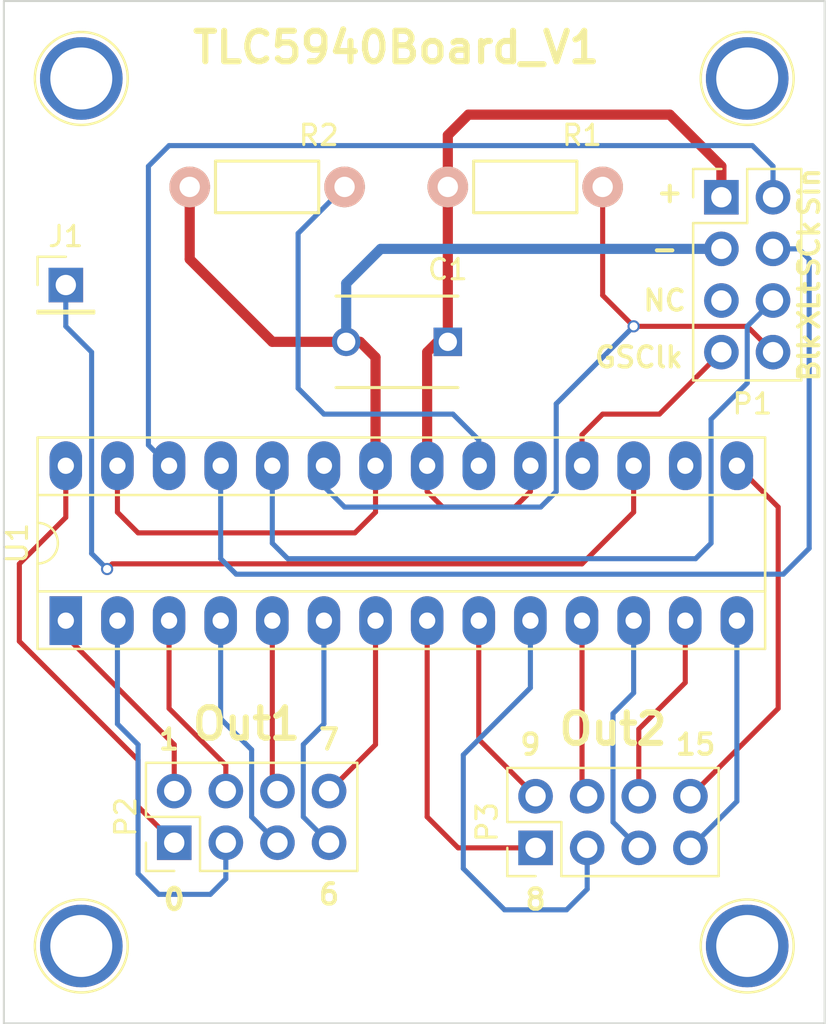
<source format=kicad_pcb>
(kicad_pcb (version 4) (host pcbnew 4.0.5)

  (general
    (links 32)
    (no_connects 0)
    (area 109.600191 88.941 151.180001 139.711)
    (thickness 1.6)
    (drawings 22)
    (tracks 139)
    (zones 0)
    (modules 12)
    (nets 28)
  )

  (page A4)
  (title_block
    (title TLC5940Board)
  )

  (layers
    (0 F.Cu signal)
    (31 B.Cu signal)
    (33 F.Adhes user)
    (35 F.Paste user)
    (37 F.SilkS user)
    (39 F.Mask user)
    (40 Dwgs.User user)
    (41 Cmts.User user)
    (42 Eco1.User user)
    (43 Eco2.User user)
    (44 Edge.Cuts user)
    (45 Margin user)
    (47 F.CrtYd user)
    (49 F.Fab user)
  )

  (setup
    (last_trace_width 0.25)
    (user_trace_width 0.25)
    (user_trace_width 0.5)
    (trace_clearance 0.2)
    (zone_clearance 0.508)
    (zone_45_only no)
    (trace_min 0.2)
    (segment_width 0.2)
    (edge_width 0.1)
    (via_size 0.6)
    (via_drill 0.4)
    (via_min_size 0.4)
    (via_min_drill 0.3)
    (uvia_size 0.3)
    (uvia_drill 0.1)
    (uvias_allowed no)
    (uvia_min_size 0.2)
    (uvia_min_drill 0.1)
    (pcb_text_width 0.3)
    (pcb_text_size 1.5 1.5)
    (mod_edge_width 0.15)
    (mod_text_size 1 1)
    (mod_text_width 0.15)
    (pad_size 1.5 1.5)
    (pad_drill 0.6)
    (pad_to_mask_clearance 0)
    (aux_axis_origin 0 0)
    (visible_elements 7FFFFFFF)
    (pcbplotparams
      (layerselection 0x00030_80000001)
      (usegerberextensions false)
      (excludeedgelayer true)
      (linewidth 0.100000)
      (plotframeref false)
      (viasonmask false)
      (mode 1)
      (useauxorigin false)
      (hpglpennumber 1)
      (hpglpenspeed 20)
      (hpglpendiameter 15)
      (hpglpenoverlay 2)
      (psnegative false)
      (psa4output false)
      (plotreference true)
      (plotvalue true)
      (plotinvisibletext false)
      (padsonsilk false)
      (subtractmaskfromsilk false)
      (outputformat 1)
      (mirror false)
      (drillshape 1)
      (scaleselection 1)
      (outputdirectory ""))
  )

  (net 0 "")
  (net 1 "Net-(C1-Pad1)")
  (net 2 "Net-(C1-Pad2)")
  (net 3 "Net-(J1-Pad1)")
  (net 4 "Net-(P1-Pad2)")
  (net 5 "Net-(P1-Pad4)")
  (net 6 "Net-(P1-Pad5)")
  (net 7 "Net-(P1-Pad6)")
  (net 8 "Net-(P1-Pad7)")
  (net 9 "Net-(P1-Pad8)")
  (net 10 "Net-(P2-Pad1)")
  (net 11 "Net-(P2-Pad2)")
  (net 12 "Net-(P2-Pad3)")
  (net 13 "Net-(P2-Pad4)")
  (net 14 "Net-(P2-Pad5)")
  (net 15 "Net-(P2-Pad6)")
  (net 16 "Net-(P2-Pad7)")
  (net 17 "Net-(P2-Pad8)")
  (net 18 "Net-(P3-Pad1)")
  (net 19 "Net-(P3-Pad2)")
  (net 20 "Net-(P3-Pad3)")
  (net 21 "Net-(P3-Pad4)")
  (net 22 "Net-(P3-Pad5)")
  (net 23 "Net-(P3-Pad6)")
  (net 24 "Net-(P3-Pad7)")
  (net 25 "Net-(P3-Pad8)")
  (net 26 "Net-(R2-Pad1)")
  (net 27 "Net-(U1-Pad16)")

  (net_class Default "This is the default net class."
    (clearance 0.2)
    (trace_width 0.2)
    (via_dia 0.6)
    (via_drill 0.4)
    (uvia_dia 0.3)
    (uvia_drill 0.1)
    (add_net "Net-(C1-Pad1)")
    (add_net "Net-(C1-Pad2)")
    (add_net "Net-(J1-Pad1)")
    (add_net "Net-(P1-Pad2)")
    (add_net "Net-(P1-Pad4)")
    (add_net "Net-(P1-Pad5)")
    (add_net "Net-(P1-Pad6)")
    (add_net "Net-(P1-Pad7)")
    (add_net "Net-(P1-Pad8)")
    (add_net "Net-(P2-Pad1)")
    (add_net "Net-(P2-Pad2)")
    (add_net "Net-(P2-Pad3)")
    (add_net "Net-(P2-Pad4)")
    (add_net "Net-(P2-Pad5)")
    (add_net "Net-(P2-Pad6)")
    (add_net "Net-(P2-Pad7)")
    (add_net "Net-(P2-Pad8)")
    (add_net "Net-(P3-Pad1)")
    (add_net "Net-(P3-Pad2)")
    (add_net "Net-(P3-Pad3)")
    (add_net "Net-(P3-Pad4)")
    (add_net "Net-(P3-Pad5)")
    (add_net "Net-(P3-Pad6)")
    (add_net "Net-(P3-Pad7)")
    (add_net "Net-(P3-Pad8)")
    (add_net "Net-(R2-Pad1)")
    (add_net "Net-(U1-Pad16)")
  )

  (module Capacitors_THT:C_Disc_D6_P5 (layer F.Cu) (tedit 58692345) (tstamp 586811BD)
    (at 132.588 105.918 180)
    (descr "Capacitor 6mm Disc, Pitch 5mm")
    (tags Capacitor)
    (path /5867DCF8)
    (fp_text reference C1 (at 0 3.556 180) (layer F.SilkS)
      (effects (font (size 1 1) (thickness 0.15)))
    )
    (fp_text value 0.1uF (at 3.556 3.556 180) (layer F.Fab)
      (effects (font (size 1 1) (thickness 0.15)))
    )
    (fp_line (start -0.95 -2.5) (end 5.95 -2.5) (layer F.CrtYd) (width 0.05))
    (fp_line (start 5.95 -2.5) (end 5.95 2.5) (layer F.CrtYd) (width 0.05))
    (fp_line (start 5.95 2.5) (end -0.95 2.5) (layer F.CrtYd) (width 0.05))
    (fp_line (start -0.95 2.5) (end -0.95 -2.5) (layer F.CrtYd) (width 0.05))
    (fp_line (start -0.5 -2.25) (end 5.5 -2.25) (layer F.SilkS) (width 0.15))
    (fp_line (start 5.5 2.25) (end -0.5 2.25) (layer F.SilkS) (width 0.15))
    (pad 1 thru_hole rect (at 0 0 180) (size 1.4 1.4) (drill 0.9) (layers *.Cu *.Mask)
      (net 1 "Net-(C1-Pad1)"))
    (pad 2 thru_hole circle (at 5 0 180) (size 1.4 1.4) (drill 0.9) (layers *.Cu *.Mask)
      (net 2 "Net-(C1-Pad2)"))
    (model Capacitors_ThroughHole.3dshapes/C_Disc_D6_P5.wrl
      (at (xyz 0.0984252 0 0))
      (scale (xyz 1 1 1))
      (rotate (xyz 0 0 0))
    )
  )

  (module Pin_Headers:Pin_Header_Straight_1x01_Pitch2.54mm (layer F.Cu) (tedit 5862ED52) (tstamp 586811D0)
    (at 113.792 103.124)
    (descr "Through hole straight pin header, 1x01, 2.54mm pitch, single row")
    (tags "Through hole pin header THT 1x01 2.54mm single row")
    (path /58663EF0)
    (fp_text reference J1 (at 0 -2.39) (layer F.SilkS)
      (effects (font (size 1 1) (thickness 0.15)))
    )
    (fp_text value SOut (at 0 2.39) (layer F.Fab)
      (effects (font (size 1 1) (thickness 0.15)))
    )
    (fp_line (start -1.27 -1.27) (end -1.27 1.27) (layer F.Fab) (width 0.1))
    (fp_line (start -1.27 1.27) (end 1.27 1.27) (layer F.Fab) (width 0.1))
    (fp_line (start 1.27 1.27) (end 1.27 -1.27) (layer F.Fab) (width 0.1))
    (fp_line (start 1.27 -1.27) (end -1.27 -1.27) (layer F.Fab) (width 0.1))
    (fp_line (start -1.39 1.27) (end -1.39 1.39) (layer F.SilkS) (width 0.12))
    (fp_line (start -1.39 1.39) (end 1.39 1.39) (layer F.SilkS) (width 0.12))
    (fp_line (start 1.39 1.39) (end 1.39 1.27) (layer F.SilkS) (width 0.12))
    (fp_line (start 1.39 1.27) (end -1.39 1.27) (layer F.SilkS) (width 0.12))
    (fp_line (start -1.39 0) (end -1.39 -1.39) (layer F.SilkS) (width 0.12))
    (fp_line (start -1.39 -1.39) (end 0 -1.39) (layer F.SilkS) (width 0.12))
    (fp_line (start -1.6 -1.6) (end -1.6 1.6) (layer F.CrtYd) (width 0.05))
    (fp_line (start -1.6 1.6) (end 1.6 1.6) (layer F.CrtYd) (width 0.05))
    (fp_line (start 1.6 1.6) (end 1.6 -1.6) (layer F.CrtYd) (width 0.05))
    (fp_line (start 1.6 -1.6) (end -1.6 -1.6) (layer F.CrtYd) (width 0.05))
    (pad 1 thru_hole rect (at 0 0) (size 1.7 1.7) (drill 1) (layers *.Cu *.Mask)
      (net 3 "Net-(J1-Pad1)"))
    (model Pin_Headers.3dshapes/Pin_Header_Straight_1x01_Pitch2.54mm.wrl
      (at (xyz 0 0 0))
      (scale (xyz 1 1 1))
      (rotate (xyz 0 0 90))
    )
  )

  (module Pin_Headers:Pin_Header_Straight_2x04_Pitch2.54mm (layer F.Cu) (tedit 58686033) (tstamp 586811EC)
    (at 146.05 98.806)
    (descr "Through hole straight pin header, 2x04, 2.54mm pitch, double rows")
    (tags "Through hole pin header THT 2x04 2.54mm double row")
    (path /58680B81)
    (fp_text reference P1 (at 1.524 10.16) (layer F.SilkS)
      (effects (font (size 1 1) (thickness 0.15)))
    )
    (fp_text value CN_SigIn_02X04 (at 1.27 10.01) (layer F.Fab) hide
      (effects (font (size 1 1) (thickness 0.15)))
    )
    (fp_line (start -1.27 -1.27) (end -1.27 8.89) (layer F.Fab) (width 0.1))
    (fp_line (start -1.27 8.89) (end 3.81 8.89) (layer F.Fab) (width 0.1))
    (fp_line (start 3.81 8.89) (end 3.81 -1.27) (layer F.Fab) (width 0.1))
    (fp_line (start 3.81 -1.27) (end -1.27 -1.27) (layer F.Fab) (width 0.1))
    (fp_line (start -1.39 1.27) (end -1.39 9.01) (layer F.SilkS) (width 0.12))
    (fp_line (start -1.39 9.01) (end 3.93 9.01) (layer F.SilkS) (width 0.12))
    (fp_line (start 3.93 9.01) (end 3.93 -1.39) (layer F.SilkS) (width 0.12))
    (fp_line (start 3.93 -1.39) (end 1.27 -1.39) (layer F.SilkS) (width 0.12))
    (fp_line (start 1.27 -1.39) (end 1.27 1.27) (layer F.SilkS) (width 0.12))
    (fp_line (start 1.27 1.27) (end -1.39 1.27) (layer F.SilkS) (width 0.12))
    (fp_line (start -1.39 0) (end -1.39 -1.39) (layer F.SilkS) (width 0.12))
    (fp_line (start -1.39 -1.39) (end 0 -1.39) (layer F.SilkS) (width 0.12))
    (fp_line (start -1.6 -1.6) (end -1.6 9.2) (layer F.CrtYd) (width 0.05))
    (fp_line (start -1.6 9.2) (end 4.1 9.2) (layer F.CrtYd) (width 0.05))
    (fp_line (start 4.1 9.2) (end 4.1 -1.6) (layer F.CrtYd) (width 0.05))
    (fp_line (start 4.1 -1.6) (end -1.6 -1.6) (layer F.CrtYd) (width 0.05))
    (pad 1 thru_hole rect (at 0 0) (size 1.7 1.7) (drill 1) (layers *.Cu *.Mask)
      (net 1 "Net-(C1-Pad1)"))
    (pad 2 thru_hole oval (at 2.54 0) (size 1.7 1.7) (drill 1) (layers *.Cu *.Mask)
      (net 4 "Net-(P1-Pad2)"))
    (pad 3 thru_hole oval (at 0 2.54) (size 1.7 1.7) (drill 1) (layers *.Cu *.Mask)
      (net 2 "Net-(C1-Pad2)"))
    (pad 4 thru_hole oval (at 2.54 2.54) (size 1.7 1.7) (drill 1) (layers *.Cu *.Mask)
      (net 5 "Net-(P1-Pad4)"))
    (pad 5 thru_hole oval (at 0 5.08) (size 1.7 1.7) (drill 1) (layers *.Cu *.Mask)
      (net 6 "Net-(P1-Pad5)"))
    (pad 6 thru_hole oval (at 2.54 5.08) (size 1.7 1.7) (drill 1) (layers *.Cu *.Mask)
      (net 7 "Net-(P1-Pad6)"))
    (pad 7 thru_hole oval (at 0 7.62) (size 1.7 1.7) (drill 1) (layers *.Cu *.Mask)
      (net 8 "Net-(P1-Pad7)"))
    (pad 8 thru_hole oval (at 2.54 7.62) (size 1.7 1.7) (drill 1) (layers *.Cu *.Mask)
      (net 9 "Net-(P1-Pad8)"))
    (model Pin_Headers.3dshapes/Pin_Header_Straight_2x04_Pitch2.54mm.wrl
      (at (xyz 0.05 -0.15 0))
      (scale (xyz 1 1 1))
      (rotate (xyz 0 0 90))
    )
  )

  (module Pin_Headers:Pin_Header_Straight_2x04_Pitch2.54mm (layer F.Cu) (tedit 58685EE1) (tstamp 58681208)
    (at 119.126 130.556 90)
    (descr "Through hole straight pin header, 2x04, 2.54mm pitch, double rows")
    (tags "Through hole pin header THT 2x04 2.54mm double row")
    (path /5867D614)
    (fp_text reference P2 (at 1.27 -2.39 90) (layer F.SilkS)
      (effects (font (size 1 1) (thickness 0.15)))
    )
    (fp_text value CN_Out1_02X04 (at 1.27 10.01 90) (layer F.Fab) hide
      (effects (font (size 1 1) (thickness 0.15)))
    )
    (fp_line (start -1.27 -1.27) (end -1.27 8.89) (layer F.Fab) (width 0.1))
    (fp_line (start -1.27 8.89) (end 3.81 8.89) (layer F.Fab) (width 0.1))
    (fp_line (start 3.81 8.89) (end 3.81 -1.27) (layer F.Fab) (width 0.1))
    (fp_line (start 3.81 -1.27) (end -1.27 -1.27) (layer F.Fab) (width 0.1))
    (fp_line (start -1.39 1.27) (end -1.39 9.01) (layer F.SilkS) (width 0.12))
    (fp_line (start -1.39 9.01) (end 3.93 9.01) (layer F.SilkS) (width 0.12))
    (fp_line (start 3.93 9.01) (end 3.93 -1.39) (layer F.SilkS) (width 0.12))
    (fp_line (start 3.93 -1.39) (end 1.27 -1.39) (layer F.SilkS) (width 0.12))
    (fp_line (start 1.27 -1.39) (end 1.27 1.27) (layer F.SilkS) (width 0.12))
    (fp_line (start 1.27 1.27) (end -1.39 1.27) (layer F.SilkS) (width 0.12))
    (fp_line (start -1.39 0) (end -1.39 -1.39) (layer F.SilkS) (width 0.12))
    (fp_line (start -1.39 -1.39) (end 0 -1.39) (layer F.SilkS) (width 0.12))
    (fp_line (start -1.6 -1.6) (end -1.6 9.2) (layer F.CrtYd) (width 0.05))
    (fp_line (start -1.6 9.2) (end 4.1 9.2) (layer F.CrtYd) (width 0.05))
    (fp_line (start 4.1 9.2) (end 4.1 -1.6) (layer F.CrtYd) (width 0.05))
    (fp_line (start 4.1 -1.6) (end -1.6 -1.6) (layer F.CrtYd) (width 0.05))
    (pad 1 thru_hole rect (at 0 0 90) (size 1.7 1.7) (drill 1) (layers *.Cu *.Mask)
      (net 10 "Net-(P2-Pad1)"))
    (pad 2 thru_hole oval (at 2.54 0 90) (size 1.7 1.7) (drill 1) (layers *.Cu *.Mask)
      (net 11 "Net-(P2-Pad2)"))
    (pad 3 thru_hole oval (at 0 2.54 90) (size 1.7 1.7) (drill 1) (layers *.Cu *.Mask)
      (net 12 "Net-(P2-Pad3)"))
    (pad 4 thru_hole oval (at 2.54 2.54 90) (size 1.7 1.7) (drill 1) (layers *.Cu *.Mask)
      (net 13 "Net-(P2-Pad4)"))
    (pad 5 thru_hole oval (at 0 5.08 90) (size 1.7 1.7) (drill 1) (layers *.Cu *.Mask)
      (net 14 "Net-(P2-Pad5)"))
    (pad 6 thru_hole oval (at 2.54 5.08 90) (size 1.7 1.7) (drill 1) (layers *.Cu *.Mask)
      (net 15 "Net-(P2-Pad6)"))
    (pad 7 thru_hole oval (at 0 7.62 90) (size 1.7 1.7) (drill 1) (layers *.Cu *.Mask)
      (net 16 "Net-(P2-Pad7)"))
    (pad 8 thru_hole oval (at 2.54 7.62 90) (size 1.7 1.7) (drill 1) (layers *.Cu *.Mask)
      (net 17 "Net-(P2-Pad8)"))
    (model Pin_Headers.3dshapes/Pin_Header_Straight_2x04_Pitch2.54mm.wrl
      (at (xyz 0.05 -0.15 0))
      (scale (xyz 1 1 1))
      (rotate (xyz 0 0 90))
    )
  )

  (module Pin_Headers:Pin_Header_Straight_2x04_Pitch2.54mm (layer F.Cu) (tedit 58685ED6) (tstamp 58681224)
    (at 136.906 130.81 90)
    (descr "Through hole straight pin header, 2x04, 2.54mm pitch, double rows")
    (tags "Through hole pin header THT 2x04 2.54mm double row")
    (path /5867D86F)
    (fp_text reference P3 (at 1.27 -2.39 90) (layer F.SilkS)
      (effects (font (size 1 1) (thickness 0.15)))
    )
    (fp_text value CN_Out2_02X04 (at 1.27 10.01 90) (layer F.Fab) hide
      (effects (font (size 1 1) (thickness 0.15)))
    )
    (fp_line (start -1.27 -1.27) (end -1.27 8.89) (layer F.Fab) (width 0.1))
    (fp_line (start -1.27 8.89) (end 3.81 8.89) (layer F.Fab) (width 0.1))
    (fp_line (start 3.81 8.89) (end 3.81 -1.27) (layer F.Fab) (width 0.1))
    (fp_line (start 3.81 -1.27) (end -1.27 -1.27) (layer F.Fab) (width 0.1))
    (fp_line (start -1.39 1.27) (end -1.39 9.01) (layer F.SilkS) (width 0.12))
    (fp_line (start -1.39 9.01) (end 3.93 9.01) (layer F.SilkS) (width 0.12))
    (fp_line (start 3.93 9.01) (end 3.93 -1.39) (layer F.SilkS) (width 0.12))
    (fp_line (start 3.93 -1.39) (end 1.27 -1.39) (layer F.SilkS) (width 0.12))
    (fp_line (start 1.27 -1.39) (end 1.27 1.27) (layer F.SilkS) (width 0.12))
    (fp_line (start 1.27 1.27) (end -1.39 1.27) (layer F.SilkS) (width 0.12))
    (fp_line (start -1.39 0) (end -1.39 -1.39) (layer F.SilkS) (width 0.12))
    (fp_line (start -1.39 -1.39) (end 0 -1.39) (layer F.SilkS) (width 0.12))
    (fp_line (start -1.6 -1.6) (end -1.6 9.2) (layer F.CrtYd) (width 0.05))
    (fp_line (start -1.6 9.2) (end 4.1 9.2) (layer F.CrtYd) (width 0.05))
    (fp_line (start 4.1 9.2) (end 4.1 -1.6) (layer F.CrtYd) (width 0.05))
    (fp_line (start 4.1 -1.6) (end -1.6 -1.6) (layer F.CrtYd) (width 0.05))
    (pad 1 thru_hole rect (at 0 0 90) (size 1.7 1.7) (drill 1) (layers *.Cu *.Mask)
      (net 18 "Net-(P3-Pad1)"))
    (pad 2 thru_hole oval (at 2.54 0 90) (size 1.7 1.7) (drill 1) (layers *.Cu *.Mask)
      (net 19 "Net-(P3-Pad2)"))
    (pad 3 thru_hole oval (at 0 2.54 90) (size 1.7 1.7) (drill 1) (layers *.Cu *.Mask)
      (net 20 "Net-(P3-Pad3)"))
    (pad 4 thru_hole oval (at 2.54 2.54 90) (size 1.7 1.7) (drill 1) (layers *.Cu *.Mask)
      (net 21 "Net-(P3-Pad4)"))
    (pad 5 thru_hole oval (at 0 5.08 90) (size 1.7 1.7) (drill 1) (layers *.Cu *.Mask)
      (net 22 "Net-(P3-Pad5)"))
    (pad 6 thru_hole oval (at 2.54 5.08 90) (size 1.7 1.7) (drill 1) (layers *.Cu *.Mask)
      (net 23 "Net-(P3-Pad6)"))
    (pad 7 thru_hole oval (at 0 7.62 90) (size 1.7 1.7) (drill 1) (layers *.Cu *.Mask)
      (net 24 "Net-(P3-Pad7)"))
    (pad 8 thru_hole oval (at 2.54 7.62 90) (size 1.7 1.7) (drill 1) (layers *.Cu *.Mask)
      (net 25 "Net-(P3-Pad8)"))
    (model Pin_Headers.3dshapes/Pin_Header_Straight_2x04_Pitch2.54mm.wrl
      (at (xyz 0.05 -0.15 0))
      (scale (xyz 1 1 1))
      (rotate (xyz 0 0 90))
    )
  )

  (module Resistors_THT:Resistor_Horizontal_RM7mm (layer F.Cu) (tedit 58692407) (tstamp 58681232)
    (at 132.588 98.298)
    (descr "Resistor, Axial,  RM 7.62mm, 1/3W,")
    (tags "Resistor Axial RM 7.62mm 1/3W R3")
    (path /5864BA40)
    (fp_text reference R1 (at 6.604 -2.54) (layer F.SilkS)
      (effects (font (size 1 1) (thickness 0.15)))
    )
    (fp_text value 10K (at 3.048 -2.54) (layer F.Fab)
      (effects (font (size 1 1) (thickness 0.15)))
    )
    (fp_line (start -1.25 -1.5) (end 8.85 -1.5) (layer F.CrtYd) (width 0.05))
    (fp_line (start -1.25 1.5) (end -1.25 -1.5) (layer F.CrtYd) (width 0.05))
    (fp_line (start 8.85 -1.5) (end 8.85 1.5) (layer F.CrtYd) (width 0.05))
    (fp_line (start -1.25 1.5) (end 8.85 1.5) (layer F.CrtYd) (width 0.05))
    (fp_line (start 1.27 -1.27) (end 6.35 -1.27) (layer F.SilkS) (width 0.15))
    (fp_line (start 6.35 -1.27) (end 6.35 1.27) (layer F.SilkS) (width 0.15))
    (fp_line (start 6.35 1.27) (end 1.27 1.27) (layer F.SilkS) (width 0.15))
    (fp_line (start 1.27 1.27) (end 1.27 -1.27) (layer F.SilkS) (width 0.15))
    (pad 1 thru_hole circle (at 0 0) (size 1.99898 1.99898) (drill 1.00076) (layers *.Cu *.SilkS *.Mask)
      (net 1 "Net-(C1-Pad1)"))
    (pad 2 thru_hole circle (at 7.62 0) (size 1.99898 1.99898) (drill 1.00076) (layers *.Cu *.SilkS *.Mask)
      (net 9 "Net-(P1-Pad8)"))
  )

  (module Resistors_THT:Resistor_Horizontal_RM7mm (layer F.Cu) (tedit 586850B0) (tstamp 58681240)
    (at 127.508 98.298 180)
    (descr "Resistor, Axial,  RM 7.62mm, 1/3W,")
    (tags "Resistor Axial RM 7.62mm 1/3W R3")
    (path /5864B909)
    (fp_text reference R2 (at 1.27 2.54 180) (layer F.SilkS)
      (effects (font (size 1 1) (thickness 0.15)))
    )
    (fp_text value 2K (at 3.81 2.54 180) (layer F.Fab)
      (effects (font (size 1 1) (thickness 0.15)))
    )
    (fp_line (start -1.25 -1.5) (end 8.85 -1.5) (layer F.CrtYd) (width 0.05))
    (fp_line (start -1.25 1.5) (end -1.25 -1.5) (layer F.CrtYd) (width 0.05))
    (fp_line (start 8.85 -1.5) (end 8.85 1.5) (layer F.CrtYd) (width 0.05))
    (fp_line (start -1.25 1.5) (end 8.85 1.5) (layer F.CrtYd) (width 0.05))
    (fp_line (start 1.27 -1.27) (end 6.35 -1.27) (layer F.SilkS) (width 0.15))
    (fp_line (start 6.35 -1.27) (end 6.35 1.27) (layer F.SilkS) (width 0.15))
    (fp_line (start 6.35 1.27) (end 1.27 1.27) (layer F.SilkS) (width 0.15))
    (fp_line (start 1.27 1.27) (end 1.27 -1.27) (layer F.SilkS) (width 0.15))
    (pad 1 thru_hole circle (at 0 0 180) (size 1.99898 1.99898) (drill 1.00076) (layers *.Cu *.SilkS *.Mask)
      (net 26 "Net-(R2-Pad1)"))
    (pad 2 thru_hole circle (at 7.62 0 180) (size 1.99898 1.99898) (drill 1.00076) (layers *.Cu *.SilkS *.Mask)
      (net 2 "Net-(C1-Pad2)"))
  )

  (module Housings_DIP:DIP-28_W7.62mm_Socket_LongPads (layer F.Cu) (tedit 586281B5) (tstamp 58681277)
    (at 113.792 119.634 90)
    (descr "28-lead dip package, row spacing 7.62 mm (300 mils), Socket, LongPads")
    (tags "DIL DIP PDIP 2.54mm 7.62mm 300mil Socket LongPads")
    (path /5861DAAD)
    (fp_text reference U1 (at 3.81 -2.39 90) (layer F.SilkS)
      (effects (font (size 1 1) (thickness 0.15)))
    )
    (fp_text value TLC5940NT (at 3.81 35.41 90) (layer F.Fab)
      (effects (font (size 1 1) (thickness 0.15)))
    )
    (fp_arc (start 3.81 -1.39) (end 2.81 -1.39) (angle -180) (layer F.SilkS) (width 0.12))
    (fp_line (start 1.635 -1.27) (end 6.985 -1.27) (layer F.Fab) (width 0.1))
    (fp_line (start 6.985 -1.27) (end 6.985 34.29) (layer F.Fab) (width 0.1))
    (fp_line (start 6.985 34.29) (end 0.635 34.29) (layer F.Fab) (width 0.1))
    (fp_line (start 0.635 34.29) (end 0.635 -0.27) (layer F.Fab) (width 0.1))
    (fp_line (start 0.635 -0.27) (end 1.635 -1.27) (layer F.Fab) (width 0.1))
    (fp_line (start -1.27 -1.27) (end -1.27 34.29) (layer F.Fab) (width 0.1))
    (fp_line (start -1.27 34.29) (end 8.89 34.29) (layer F.Fab) (width 0.1))
    (fp_line (start 8.89 34.29) (end 8.89 -1.27) (layer F.Fab) (width 0.1))
    (fp_line (start 8.89 -1.27) (end -1.27 -1.27) (layer F.Fab) (width 0.1))
    (fp_line (start 2.81 -1.39) (end 1.44 -1.39) (layer F.SilkS) (width 0.12))
    (fp_line (start 1.44 -1.39) (end 1.44 34.41) (layer F.SilkS) (width 0.12))
    (fp_line (start 1.44 34.41) (end 6.18 34.41) (layer F.SilkS) (width 0.12))
    (fp_line (start 6.18 34.41) (end 6.18 -1.39) (layer F.SilkS) (width 0.12))
    (fp_line (start 6.18 -1.39) (end 4.81 -1.39) (layer F.SilkS) (width 0.12))
    (fp_line (start -1.39 -1.39) (end -1.39 34.41) (layer F.SilkS) (width 0.12))
    (fp_line (start -1.39 34.41) (end 9.01 34.41) (layer F.SilkS) (width 0.12))
    (fp_line (start 9.01 34.41) (end 9.01 -1.39) (layer F.SilkS) (width 0.12))
    (fp_line (start 9.01 -1.39) (end -1.39 -1.39) (layer F.SilkS) (width 0.12))
    (fp_line (start -1.7 -1.7) (end -1.7 34.7) (layer F.CrtYd) (width 0.05))
    (fp_line (start -1.7 34.7) (end 9.3 34.7) (layer F.CrtYd) (width 0.05))
    (fp_line (start 9.3 34.7) (end 9.3 -1.7) (layer F.CrtYd) (width 0.05))
    (fp_line (start 9.3 -1.7) (end -1.7 -1.7) (layer F.CrtYd) (width 0.05))
    (pad 1 thru_hole rect (at 0 0 90) (size 2.4 1.6) (drill 0.8) (layers *.Cu *.Mask)
      (net 11 "Net-(P2-Pad2)"))
    (pad 15 thru_hole oval (at 7.62 33.02 90) (size 2.4 1.6) (drill 0.8) (layers *.Cu *.Mask)
      (net 25 "Net-(P3-Pad8)"))
    (pad 2 thru_hole oval (at 0 2.54 90) (size 2.4 1.6) (drill 0.8) (layers *.Cu *.Mask)
      (net 12 "Net-(P2-Pad3)"))
    (pad 16 thru_hole oval (at 7.62 30.48 90) (size 2.4 1.6) (drill 0.8) (layers *.Cu *.Mask)
      (net 27 "Net-(U1-Pad16)"))
    (pad 3 thru_hole oval (at 0 5.08 90) (size 2.4 1.6) (drill 0.8) (layers *.Cu *.Mask)
      (net 13 "Net-(P2-Pad4)"))
    (pad 17 thru_hole oval (at 7.62 27.94 90) (size 2.4 1.6) (drill 0.8) (layers *.Cu *.Mask)
      (net 3 "Net-(J1-Pad1)"))
    (pad 4 thru_hole oval (at 0 7.62 90) (size 2.4 1.6) (drill 0.8) (layers *.Cu *.Mask)
      (net 14 "Net-(P2-Pad5)"))
    (pad 18 thru_hole oval (at 7.62 25.4 90) (size 2.4 1.6) (drill 0.8) (layers *.Cu *.Mask)
      (net 8 "Net-(P1-Pad7)"))
    (pad 5 thru_hole oval (at 0 10.16 90) (size 2.4 1.6) (drill 0.8) (layers *.Cu *.Mask)
      (net 15 "Net-(P2-Pad6)"))
    (pad 19 thru_hole oval (at 7.62 22.86 90) (size 2.4 1.6) (drill 0.8) (layers *.Cu *.Mask)
      (net 1 "Net-(C1-Pad1)"))
    (pad 6 thru_hole oval (at 0 12.7 90) (size 2.4 1.6) (drill 0.8) (layers *.Cu *.Mask)
      (net 16 "Net-(P2-Pad7)"))
    (pad 20 thru_hole oval (at 7.62 20.32 90) (size 2.4 1.6) (drill 0.8) (layers *.Cu *.Mask)
      (net 26 "Net-(R2-Pad1)"))
    (pad 7 thru_hole oval (at 0 15.24 90) (size 2.4 1.6) (drill 0.8) (layers *.Cu *.Mask)
      (net 17 "Net-(P2-Pad8)"))
    (pad 21 thru_hole oval (at 7.62 17.78 90) (size 2.4 1.6) (drill 0.8) (layers *.Cu *.Mask)
      (net 1 "Net-(C1-Pad1)"))
    (pad 8 thru_hole oval (at 0 17.78 90) (size 2.4 1.6) (drill 0.8) (layers *.Cu *.Mask)
      (net 18 "Net-(P3-Pad1)"))
    (pad 22 thru_hole oval (at 7.62 15.24 90) (size 2.4 1.6) (drill 0.8) (layers *.Cu *.Mask)
      (net 2 "Net-(C1-Pad2)"))
    (pad 9 thru_hole oval (at 0 20.32 90) (size 2.4 1.6) (drill 0.8) (layers *.Cu *.Mask)
      (net 19 "Net-(P3-Pad2)"))
    (pad 23 thru_hole oval (at 7.62 12.7 90) (size 2.4 1.6) (drill 0.8) (layers *.Cu *.Mask)
      (net 9 "Net-(P1-Pad8)"))
    (pad 10 thru_hole oval (at 0 22.86 90) (size 2.4 1.6) (drill 0.8) (layers *.Cu *.Mask)
      (net 20 "Net-(P3-Pad3)"))
    (pad 24 thru_hole oval (at 7.62 10.16 90) (size 2.4 1.6) (drill 0.8) (layers *.Cu *.Mask)
      (net 7 "Net-(P1-Pad6)"))
    (pad 11 thru_hole oval (at 0 25.4 90) (size 2.4 1.6) (drill 0.8) (layers *.Cu *.Mask)
      (net 21 "Net-(P3-Pad4)"))
    (pad 25 thru_hole oval (at 7.62 7.62 90) (size 2.4 1.6) (drill 0.8) (layers *.Cu *.Mask)
      (net 5 "Net-(P1-Pad4)"))
    (pad 12 thru_hole oval (at 0 27.94 90) (size 2.4 1.6) (drill 0.8) (layers *.Cu *.Mask)
      (net 22 "Net-(P3-Pad5)"))
    (pad 26 thru_hole oval (at 7.62 5.08 90) (size 2.4 1.6) (drill 0.8) (layers *.Cu *.Mask)
      (net 4 "Net-(P1-Pad2)"))
    (pad 13 thru_hole oval (at 0 30.48 90) (size 2.4 1.6) (drill 0.8) (layers *.Cu *.Mask)
      (net 23 "Net-(P3-Pad6)"))
    (pad 27 thru_hole oval (at 7.62 2.54 90) (size 2.4 1.6) (drill 0.8) (layers *.Cu *.Mask)
      (net 2 "Net-(C1-Pad2)"))
    (pad 14 thru_hole oval (at 0 33.02 90) (size 2.4 1.6) (drill 0.8) (layers *.Cu *.Mask)
      (net 24 "Net-(P3-Pad7)"))
    (pad 28 thru_hole oval (at 7.62 0 90) (size 2.4 1.6) (drill 0.8) (layers *.Cu *.Mask)
      (net 10 "Net-(P2-Pad1)"))
    (model Housings_DIP.3dshapes/DIP-28_W7.62mm_Socket_LongPads.wrl
      (at (xyz 0 0 0))
      (scale (xyz 1 1 1))
      (rotate (xyz 0 0 0))
    )
  )

  (module Connectors:1pin (layer F.Cu) (tedit 58685919) (tstamp 58685879)
    (at 147.32 92.964)
    (descr "module 1 pin (ou trou mecanique de percage)")
    (tags DEV)
    (fp_text reference M1 (at 0 -3.048) (layer F.SilkS) hide
      (effects (font (size 1 1) (thickness 0.15)))
    )
    (fp_text value 1pin (at -3.81 -3.048) (layer F.Fab) hide
      (effects (font (size 1 1) (thickness 0.15)))
    )
    (fp_circle (center 0 0) (end 2 0.8) (layer F.Fab) (width 0.1))
    (fp_circle (center 0 0) (end 2.6 0) (layer F.CrtYd) (width 0.05))
    (fp_circle (center 0 0) (end 0 -2.286) (layer F.SilkS) (width 0.12))
    (pad 1 thru_hole circle (at 0 0) (size 4.064 4.064) (drill 3.048) (layers *.Cu *.Mask))
  )

  (module Connectors:1pin (layer F.Cu) (tedit 58686044) (tstamp 58685982)
    (at 114.554 135.636)
    (descr "module 1 pin (ou trou mecanique de percage)")
    (tags DEV)
    (fp_text reference REF** (at 0 -3.048) (layer F.SilkS) hide
      (effects (font (size 1 1) (thickness 0.15)))
    )
    (fp_text value 1pin (at 0 3) (layer F.Fab) hide
      (effects (font (size 1 1) (thickness 0.15)))
    )
    (fp_circle (center 0 0) (end 2 0.8) (layer F.Fab) (width 0.1))
    (fp_circle (center 0 0) (end 2.6 0) (layer F.CrtYd) (width 0.05))
    (fp_circle (center 0 0) (end 0 -2.286) (layer F.SilkS) (width 0.12))
    (pad 1 thru_hole circle (at 0 0) (size 4.064 4.064) (drill 3.048) (layers *.Cu *.Mask))
  )

  (module Connectors:1pin (layer F.Cu) (tedit 5868604E) (tstamp 58685F25)
    (at 147.32 135.636)
    (descr "module 1 pin (ou trou mecanique de percage)")
    (tags DEV)
    (fp_text reference REF** (at 0 -3.048) (layer F.SilkS) hide
      (effects (font (size 1 1) (thickness 0.15)))
    )
    (fp_text value 1pin (at 0 3) (layer F.Fab) hide
      (effects (font (size 1 1) (thickness 0.15)))
    )
    (fp_circle (center 0 0) (end 2 0.8) (layer F.Fab) (width 0.1))
    (fp_circle (center 0 0) (end 2.6 0) (layer F.CrtYd) (width 0.05))
    (fp_circle (center 0 0) (end 0 -2.286) (layer F.SilkS) (width 0.12))
    (pad 1 thru_hole circle (at 0 0) (size 4.064 4.064) (drill 3.048) (layers *.Cu *.Mask))
  )

  (module Connectors:1pin (layer F.Cu) (tedit 58691953) (tstamp 58685F3B)
    (at 114.554 92.964)
    (descr "module 1 pin (ou trou mecanique de percage)")
    (tags DEV)
    (fp_text reference REF** (at 0 -3.048) (layer F.SilkS) hide
      (effects (font (size 1 1) (thickness 0.15)))
    )
    (fp_text value 1pin (at 4.064 -3.048) (layer F.Fab) hide
      (effects (font (size 1 1) (thickness 0.15)))
    )
    (fp_circle (center 0 0) (end 2 0.8) (layer F.Fab) (width 0.1))
    (fp_circle (center 0 0) (end 2.6 0) (layer F.CrtYd) (width 0.05))
    (fp_circle (center 0 0) (end 0 -2.286) (layer F.SilkS) (width 0.12))
    (pad 1 thru_hole circle (at 0 0) (size 4.064 4.064) (drill 3.048) (layers *.Cu *.Mask))
  )

  (gr_text TLC5940Board_V1 (at 130.048 91.44) (layer F.SilkS)
    (effects (font (size 1.5 1.5) (thickness 0.3)))
  )
  (gr_text Blk (at 150.368 106.68 90) (layer F.SilkS)
    (effects (font (size 1 1) (thickness 0.2)))
  )
  (gr_text XLt (at 150.368 104.14 90) (layer F.SilkS)
    (effects (font (size 1 1) (thickness 0.2)))
  )
  (gr_text SCk (at 150.368 101.346 90) (layer F.SilkS)
    (effects (font (size 1 1) (thickness 0.2)))
  )
  (gr_text Sin (at 150.368 98.552 90) (layer F.SilkS)
    (effects (font (size 1 1) (thickness 0.2)))
  )
  (gr_text GSClk (at 141.986 106.68) (layer F.SilkS)
    (effects (font (size 1 1) (thickness 0.2)))
  )
  (gr_text NC (at 143.256 103.886) (layer F.SilkS)
    (effects (font (size 1 1) (thickness 0.2)))
  )
  (gr_text - (at 143.256 101.346) (layer F.SilkS)
    (effects (font (size 1 1) (thickness 0.2)))
  )
  (gr_text + (at 143.51 98.552) (layer F.SilkS)
    (effects (font (size 1 1) (thickness 0.2)))
  )
  (gr_text 15 (at 144.78 125.73) (layer F.SilkS)
    (effects (font (size 1 1) (thickness 0.2)))
  )
  (gr_text 9 (at 136.652 125.73) (layer F.SilkS)
    (effects (font (size 1 1) (thickness 0.2)))
  )
  (gr_text 8 (at 136.906 133.35) (layer F.SilkS)
    (effects (font (size 1 1) (thickness 0.2)))
  )
  (gr_text 7 (at 126.746 125.476) (layer F.SilkS)
    (effects (font (size 1 1) (thickness 0.2)))
  )
  (gr_text 6 (at 126.746 133.096) (layer F.SilkS)
    (effects (font (size 1 1) (thickness 0.2)))
  )
  (gr_text 1 (at 118.872 125.476) (layer F.SilkS)
    (effects (font (size 1 1) (thickness 0.2)))
  )
  (gr_text 0 (at 119.126 133.35) (layer F.SilkS)
    (effects (font (size 1 1) (thickness 0.25)))
  )
  (gr_text Out2 (at 140.716 124.968) (layer F.SilkS)
    (effects (font (size 1.5 1.5) (thickness 0.3)))
  )
  (gr_text Out1 (at 122.682 124.714) (layer F.SilkS)
    (effects (font (size 1.5 1.5) (thickness 0.3)))
  )
  (gr_line (start 110.744 89.154) (end 110.744 139.446) (angle 90) (layer Edge.Cuts) (width 0.1))
  (gr_line (start 151.13 89.154) (end 151.13 139.446) (angle 90) (layer Edge.Cuts) (width 0.1))
  (gr_line (start 151.13 89.154) (end 110.744 89.154) (angle 90) (layer Edge.Cuts) (width 0.1))
  (gr_line (start 110.744 139.446) (end 151.13 139.446) (angle 90) (layer Edge.Cuts) (width 0.1))

  (segment (start 146.05 98.806) (end 146.05 97.282) (width 0.5) (layer F.Cu) (net 1))
  (segment (start 132.588 95.758) (end 132.588 98.298) (width 0.5) (layer F.Cu) (net 1) (tstamp 586923E5))
  (segment (start 133.604 94.742) (end 132.588 95.758) (width 0.5) (layer F.Cu) (net 1) (tstamp 586923E0))
  (segment (start 143.51 94.742) (end 133.604 94.742) (width 0.5) (layer F.Cu) (net 1) (tstamp 586923DB))
  (segment (start 146.05 97.282) (end 143.51 94.742) (width 0.5) (layer F.Cu) (net 1) (tstamp 586923D7))
  (segment (start 132.588 98.298) (end 132.588 105.918) (width 0.5) (layer F.Cu) (net 1))
  (segment (start 132.588 105.918) (end 132.08 105.918) (width 0.5) (layer F.Cu) (net 1))
  (segment (start 132.08 105.918) (end 131.572 106.426) (width 0.5) (layer F.Cu) (net 1) (tstamp 586923B1))
  (segment (start 131.572 106.426) (end 131.572 112.014) (width 0.5) (layer F.Cu) (net 1) (tstamp 586923B2))
  (segment (start 136.652 112.014) (end 136.652 113.284) (width 0.25) (layer F.Cu) (net 1))
  (segment (start 131.572 113.284) (end 131.572 112.014) (width 0.25) (layer F.Cu) (net 1) (tstamp 5868528C))
  (segment (start 132.334 114.046) (end 131.572 113.284) (width 0.25) (layer F.Cu) (net 1) (tstamp 58685288))
  (segment (start 135.89 114.046) (end 132.334 114.046) (width 0.25) (layer F.Cu) (net 1) (tstamp 58685287))
  (segment (start 136.652 113.284) (end 135.89 114.046) (width 0.25) (layer F.Cu) (net 1) (tstamp 58685283))
  (segment (start 146.05 101.346) (end 129.286 101.346) (width 0.5) (layer B.Cu) (net 2))
  (segment (start 127.588 103.044) (end 127.588 105.918) (width 0.5) (layer B.Cu) (net 2) (tstamp 5869243E))
  (segment (start 129.286 101.346) (end 127.588 103.044) (width 0.5) (layer B.Cu) (net 2) (tstamp 58692436))
  (segment (start 119.888 98.298) (end 119.888 101.854) (width 0.5) (layer F.Cu) (net 2))
  (segment (start 123.952 105.918) (end 127.588 105.918) (width 0.5) (layer F.Cu) (net 2) (tstamp 586923B7))
  (segment (start 119.888 101.854) (end 123.952 105.918) (width 0.5) (layer F.Cu) (net 2) (tstamp 586923B5))
  (segment (start 127.588 105.918) (end 128.27 105.918) (width 0.5) (layer F.Cu) (net 2))
  (segment (start 128.27 105.918) (end 129.032 106.68) (width 0.5) (layer F.Cu) (net 2) (tstamp 586923AD))
  (segment (start 129.032 106.68) (end 129.032 112.014) (width 0.5) (layer F.Cu) (net 2) (tstamp 586923AE))
  (segment (start 116.332 112.014) (end 116.332 114.3) (width 0.25) (layer F.Cu) (net 2))
  (segment (start 129.032 114.3) (end 129.032 112.014) (width 0.25) (layer F.Cu) (net 2) (tstamp 586852D7))
  (segment (start 128.016 115.316) (end 129.032 114.3) (width 0.25) (layer F.Cu) (net 2) (tstamp 586852CB))
  (segment (start 117.348 115.316) (end 128.016 115.316) (width 0.25) (layer F.Cu) (net 2) (tstamp 586852C8))
  (segment (start 116.332 114.3) (end 117.348 115.316) (width 0.25) (layer F.Cu) (net 2) (tstamp 586852C4))
  (segment (start 113.792 103.124) (end 113.792 105.156) (width 0.25) (layer B.Cu) (net 3))
  (segment (start 141.732 114.3) (end 141.732 112.014) (width 0.25) (layer F.Cu) (net 3) (tstamp 58692787))
  (segment (start 139.192 116.84) (end 141.732 114.3) (width 0.25) (layer F.Cu) (net 3) (tstamp 58692783))
  (segment (start 116.078 116.84) (end 139.192 116.84) (width 0.25) (layer F.Cu) (net 3) (tstamp 5869277D))
  (segment (start 115.824 117.094) (end 116.078 116.84) (width 0.25) (layer F.Cu) (net 3) (tstamp 5869277C))
  (via (at 115.824 117.094) (size 0.6) (drill 0.4) (layers F.Cu B.Cu) (net 3))
  (segment (start 115.062 116.332) (end 115.824 117.094) (width 0.25) (layer B.Cu) (net 3) (tstamp 58692777))
  (segment (start 115.062 106.426) (end 115.062 116.332) (width 0.25) (layer B.Cu) (net 3) (tstamp 58692768))
  (segment (start 113.792 105.156) (end 115.062 106.426) (width 0.25) (layer B.Cu) (net 3) (tstamp 58692760))
  (segment (start 148.59 98.806) (end 148.59 97.282) (width 0.25) (layer B.Cu) (net 4))
  (segment (start 117.856 110.998) (end 118.872 112.014) (width 0.25) (layer B.Cu) (net 4) (tstamp 586924DA))
  (segment (start 117.856 97.282) (end 117.856 110.998) (width 0.25) (layer B.Cu) (net 4) (tstamp 586924D4))
  (segment (start 118.872 96.266) (end 117.856 97.282) (width 0.25) (layer B.Cu) (net 4) (tstamp 586924CC))
  (segment (start 147.574 96.266) (end 118.872 96.266) (width 0.25) (layer B.Cu) (net 4) (tstamp 586924B9))
  (segment (start 148.59 97.282) (end 147.574 96.266) (width 0.25) (layer B.Cu) (net 4) (tstamp 586924AE))
  (segment (start 148.59 98.806) (end 149.098 98.806) (width 0.25) (layer F.Cu) (net 4) (status 30))
  (segment (start 148.59 101.346) (end 149.86 101.346) (width 0.25) (layer B.Cu) (net 5))
  (segment (start 121.412 116.586) (end 121.412 112.014) (width 0.25) (layer B.Cu) (net 5) (tstamp 58692511))
  (segment (start 122.174 117.348) (end 121.412 116.586) (width 0.25) (layer B.Cu) (net 5) (tstamp 5869250F))
  (segment (start 149.098 117.348) (end 122.174 117.348) (width 0.25) (layer B.Cu) (net 5) (tstamp 58692509))
  (segment (start 150.368 116.078) (end 149.098 117.348) (width 0.25) (layer B.Cu) (net 5) (tstamp 58692505))
  (segment (start 150.368 101.854) (end 150.368 116.078) (width 0.25) (layer B.Cu) (net 5) (tstamp 586924F9))
  (segment (start 149.86 101.346) (end 150.368 101.854) (width 0.25) (layer B.Cu) (net 5) (tstamp 586924F6))
  (segment (start 148.59 103.886) (end 147.32 105.156) (width 0.25) (layer B.Cu) (net 7))
  (segment (start 123.952 115.824) (end 123.952 112.014) (width 0.25) (layer B.Cu) (net 7) (tstamp 5869257C))
  (segment (start 124.714 116.586) (end 123.952 115.824) (width 0.25) (layer B.Cu) (net 7) (tstamp 5869257A))
  (segment (start 144.78 116.586) (end 124.714 116.586) (width 0.25) (layer B.Cu) (net 7) (tstamp 58692573))
  (segment (start 145.542 115.824) (end 144.78 116.586) (width 0.25) (layer B.Cu) (net 7) (tstamp 58692572))
  (segment (start 145.542 109.728) (end 145.542 115.824) (width 0.25) (layer B.Cu) (net 7) (tstamp 5869256E))
  (segment (start 147.32 107.95) (end 145.542 109.728) (width 0.25) (layer B.Cu) (net 7) (tstamp 58692564))
  (segment (start 147.32 105.156) (end 147.32 107.95) (width 0.25) (layer B.Cu) (net 7) (tstamp 58692562))
  (segment (start 123.444 111.506) (end 123.952 112.014) (width 0.25) (layer B.Cu) (net 7) (tstamp 58685008))
  (segment (start 146.05 106.426) (end 143.002 109.474) (width 0.25) (layer F.Cu) (net 8))
  (segment (start 139.192 110.49) (end 139.192 112.014) (width 0.25) (layer F.Cu) (net 8) (tstamp 586925BB))
  (segment (start 140.208 109.474) (end 139.192 110.49) (width 0.25) (layer F.Cu) (net 8) (tstamp 586925B9))
  (segment (start 143.002 109.474) (end 140.208 109.474) (width 0.25) (layer F.Cu) (net 8) (tstamp 586925B0))
  (segment (start 126.492 112.014) (end 126.492 113.03) (width 0.25) (layer B.Cu) (net 9))
  (segment (start 126.492 113.03) (end 127.508 114.046) (width 0.25) (layer B.Cu) (net 9) (tstamp 586926E2))
  (segment (start 127.508 114.046) (end 137.16 114.046) (width 0.25) (layer B.Cu) (net 9) (tstamp 586926E9))
  (segment (start 137.16 114.046) (end 137.922 113.284) (width 0.25) (layer B.Cu) (net 9) (tstamp 586926EF))
  (segment (start 137.922 113.284) (end 137.922 108.966) (width 0.25) (layer B.Cu) (net 9) (tstamp 586926F2))
  (segment (start 137.922 108.966) (end 141.732 105.156) (width 0.25) (layer B.Cu) (net 9) (tstamp 586926FA))
  (via (at 141.732 105.156) (size 0.6) (drill 0.4) (layers F.Cu B.Cu) (net 9))
  (segment (start 148.59 106.426) (end 147.32 105.156) (width 0.25) (layer F.Cu) (net 9))
  (segment (start 140.208 103.632) (end 140.208 98.298) (width 0.25) (layer F.Cu) (net 9) (tstamp 586925E7))
  (segment (start 141.732 105.156) (end 140.208 103.632) (width 0.25) (layer F.Cu) (net 9) (tstamp 586925DC))
  (segment (start 147.32 105.156) (end 141.732 105.156) (width 0.25) (layer F.Cu) (net 9) (tstamp 586925D6))
  (segment (start 113.792 112.014) (end 113.792 114.554) (width 0.25) (layer F.Cu) (net 10))
  (segment (start 117.348 128.778) (end 119.126 130.556) (width 0.25) (layer F.Cu) (net 10) (tstamp 586859F3))
  (segment (start 117.348 126.492) (end 117.348 128.778) (width 0.25) (layer F.Cu) (net 10) (tstamp 586859F0))
  (segment (start 111.506 120.65) (end 117.348 126.492) (width 0.25) (layer F.Cu) (net 10) (tstamp 586859DB))
  (segment (start 111.506 116.84) (end 111.506 120.65) (width 0.25) (layer F.Cu) (net 10) (tstamp 586859D2))
  (segment (start 113.792 114.554) (end 111.506 116.84) (width 0.25) (layer F.Cu) (net 10) (tstamp 586859CC))
  (segment (start 113.792 112.014) (end 113.538 112.014) (width 0.25) (layer F.Cu) (net 10))
  (segment (start 113.792 119.634) (end 113.792 120.396) (width 0.25) (layer F.Cu) (net 11))
  (segment (start 113.792 120.396) (end 119.126 125.73) (width 0.25) (layer F.Cu) (net 11) (tstamp 586859AD))
  (segment (start 119.126 125.73) (end 119.126 128.016) (width 0.25) (layer F.Cu) (net 11) (tstamp 586859B6))
  (segment (start 116.332 119.634) (end 116.332 124.714) (width 0.25) (layer B.Cu) (net 12))
  (segment (start 121.666 132.334) (end 121.666 130.556) (width 0.25) (layer B.Cu) (net 12) (tstamp 58685A20))
  (segment (start 120.904 133.096) (end 121.666 132.334) (width 0.25) (layer B.Cu) (net 12) (tstamp 58685A1F))
  (segment (start 118.364 133.096) (end 120.904 133.096) (width 0.25) (layer B.Cu) (net 12) (tstamp 58685A1D))
  (segment (start 117.348 132.08) (end 118.364 133.096) (width 0.25) (layer B.Cu) (net 12) (tstamp 58685A1B))
  (segment (start 117.348 125.73) (end 117.348 132.08) (width 0.25) (layer B.Cu) (net 12) (tstamp 58685A15))
  (segment (start 116.332 124.714) (end 117.348 125.73) (width 0.25) (layer B.Cu) (net 12) (tstamp 58685A0B))
  (segment (start 118.872 119.634) (end 118.872 123.952) (width 0.25) (layer F.Cu) (net 13))
  (segment (start 121.666 126.746) (end 121.666 128.016) (width 0.25) (layer F.Cu) (net 13) (tstamp 58681FCF))
  (segment (start 118.872 123.952) (end 121.666 126.746) (width 0.25) (layer F.Cu) (net 13) (tstamp 58681FBC))
  (segment (start 121.412 119.634) (end 121.412 124.46) (width 0.25) (layer B.Cu) (net 14))
  (segment (start 122.936 129.286) (end 124.206 130.556) (width 0.25) (layer B.Cu) (net 14) (tstamp 5868201D))
  (segment (start 122.936 125.984) (end 122.936 129.286) (width 0.25) (layer B.Cu) (net 14) (tstamp 58681FEC))
  (segment (start 121.412 124.46) (end 122.936 125.984) (width 0.25) (layer B.Cu) (net 14) (tstamp 58681FE6))
  (segment (start 123.952 119.634) (end 123.952 127.762) (width 0.25) (layer F.Cu) (net 15))
  (segment (start 123.952 127.762) (end 124.206 128.016) (width 0.25) (layer F.Cu) (net 15) (tstamp 58682107))
  (segment (start 126.492 119.634) (end 126.492 124.714) (width 0.25) (layer B.Cu) (net 16))
  (segment (start 125.476 129.286) (end 126.746 130.556) (width 0.25) (layer B.Cu) (net 16) (tstamp 586820F5))
  (segment (start 125.476 125.73) (end 125.476 129.286) (width 0.25) (layer B.Cu) (net 16) (tstamp 586820F0))
  (segment (start 126.492 124.714) (end 125.476 125.73) (width 0.25) (layer B.Cu) (net 16) (tstamp 586820E4))
  (segment (start 129.032 119.634) (end 129.032 125.73) (width 0.25) (layer F.Cu) (net 17))
  (segment (start 129.032 125.73) (end 126.746 128.016) (width 0.25) (layer F.Cu) (net 17) (tstamp 5868211A))
  (segment (start 131.572 119.634) (end 131.572 129.286) (width 0.25) (layer F.Cu) (net 18))
  (segment (start 133.096 130.81) (end 136.906 130.81) (width 0.25) (layer F.Cu) (net 18) (tstamp 58682168))
  (segment (start 131.572 129.286) (end 133.096 130.81) (width 0.25) (layer F.Cu) (net 18) (tstamp 58682161))
  (segment (start 134.112 119.634) (end 134.112 125.476) (width 0.25) (layer F.Cu) (net 19))
  (segment (start 134.112 125.476) (end 136.906 128.27) (width 0.25) (layer F.Cu) (net 19) (tstamp 586821AB))
  (segment (start 136.652 119.634) (end 136.652 122.936) (width 0.25) (layer B.Cu) (net 20))
  (segment (start 139.446 132.842) (end 139.446 130.81) (width 0.25) (layer B.Cu) (net 20) (tstamp 586821C4))
  (segment (start 138.43 133.858) (end 139.446 132.842) (width 0.25) (layer B.Cu) (net 20) (tstamp 586821C2))
  (segment (start 135.382 133.858) (end 138.43 133.858) (width 0.25) (layer B.Cu) (net 20) (tstamp 586821BF))
  (segment (start 133.35 131.826) (end 135.382 133.858) (width 0.25) (layer B.Cu) (net 20) (tstamp 586821BC))
  (segment (start 133.35 126.238) (end 133.35 131.826) (width 0.25) (layer B.Cu) (net 20) (tstamp 586821B7))
  (segment (start 136.652 122.936) (end 133.35 126.238) (width 0.25) (layer B.Cu) (net 20) (tstamp 586821B1))
  (segment (start 139.192 119.634) (end 139.192 128.016) (width 0.25) (layer F.Cu) (net 21))
  (segment (start 139.192 128.016) (end 139.446 128.27) (width 0.25) (layer F.Cu) (net 21) (tstamp 586821CD))
  (segment (start 141.732 119.634) (end 141.732 123.19) (width 0.25) (layer B.Cu) (net 22))
  (segment (start 140.716 129.54) (end 141.986 130.81) (width 0.25) (layer B.Cu) (net 22) (tstamp 586821DB))
  (segment (start 140.716 124.206) (end 140.716 129.54) (width 0.25) (layer B.Cu) (net 22) (tstamp 586821D8))
  (segment (start 141.732 123.19) (end 140.716 124.206) (width 0.25) (layer B.Cu) (net 22) (tstamp 586821D4))
  (segment (start 144.272 119.634) (end 144.272 122.682) (width 0.25) (layer F.Cu) (net 23))
  (segment (start 141.986 124.968) (end 141.986 128.27) (width 0.25) (layer F.Cu) (net 23) (tstamp 586821E8))
  (segment (start 144.272 122.682) (end 141.986 124.968) (width 0.25) (layer F.Cu) (net 23) (tstamp 586821E1))
  (segment (start 146.812 119.634) (end 146.812 128.524) (width 0.25) (layer B.Cu) (net 24))
  (segment (start 146.812 128.524) (end 144.526 130.81) (width 0.25) (layer B.Cu) (net 24) (tstamp 586821F8))
  (segment (start 146.812 112.014) (end 148.844 114.046) (width 0.25) (layer F.Cu) (net 25))
  (segment (start 148.844 123.952) (end 144.526 128.27) (width 0.25) (layer F.Cu) (net 25) (tstamp 58682237))
  (segment (start 148.844 114.046) (end 148.844 123.952) (width 0.25) (layer F.Cu) (net 25) (tstamp 58682231))
  (segment (start 134.112 112.014) (end 134.112 110.744) (width 0.25) (layer B.Cu) (net 26))
  (segment (start 125.222 100.584) (end 127.508 98.298) (width 0.25) (layer B.Cu) (net 26) (tstamp 58692728))
  (segment (start 125.222 108.204) (end 125.222 100.584) (width 0.25) (layer B.Cu) (net 26) (tstamp 58692724))
  (segment (start 126.492 109.474) (end 125.222 108.204) (width 0.25) (layer B.Cu) (net 26) (tstamp 58692721))
  (segment (start 132.842 109.474) (end 126.492 109.474) (width 0.25) (layer B.Cu) (net 26) (tstamp 5869271D))
  (segment (start 134.112 110.744) (end 132.842 109.474) (width 0.25) (layer B.Cu) (net 26) (tstamp 58692718))

)

</source>
